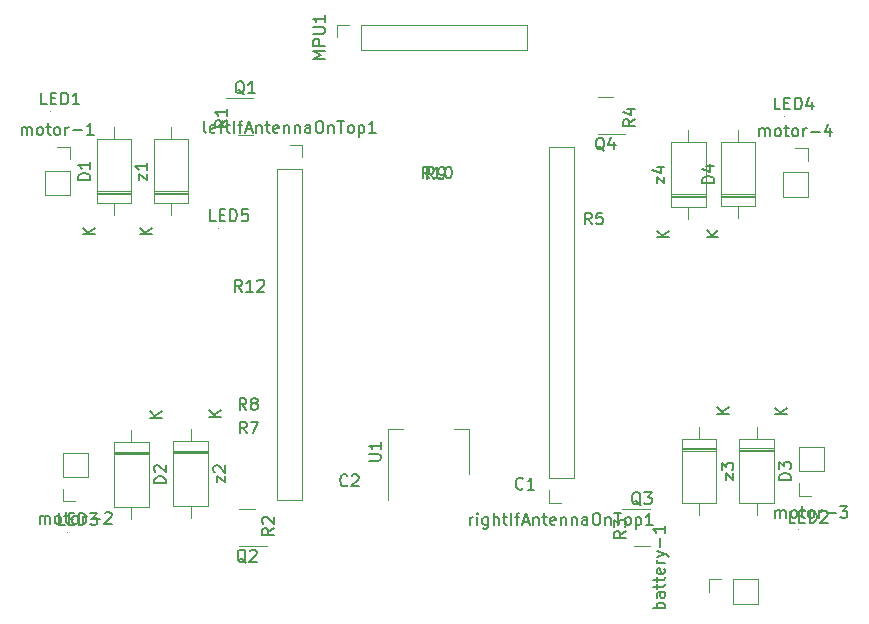
<source format=gbr>
%TF.GenerationSoftware,KiCad,Pcbnew,(6.0.1)*%
%TF.CreationDate,2023-01-18T20:59:41+05:30*%
%TF.ProjectId,drone,64726f6e-652e-46b6-9963-61645f706362,rev?*%
%TF.SameCoordinates,Original*%
%TF.FileFunction,Legend,Top*%
%TF.FilePolarity,Positive*%
%FSLAX46Y46*%
G04 Gerber Fmt 4.6, Leading zero omitted, Abs format (unit mm)*
G04 Created by KiCad (PCBNEW (6.0.1)) date 2023-01-18 20:59:41*
%MOMM*%
%LPD*%
G01*
G04 APERTURE LIST*
%ADD10C,0.150000*%
%ADD11C,0.120000*%
%ADD12C,0.100000*%
G04 APERTURE END LIST*
D10*
%TO.C,D4*%
X190357380Y-69183095D02*
X189357380Y-69183095D01*
X189357380Y-68945000D01*
X189405000Y-68802142D01*
X189500238Y-68706904D01*
X189595476Y-68659285D01*
X189785952Y-68611666D01*
X189928809Y-68611666D01*
X190119285Y-68659285D01*
X190214523Y-68706904D01*
X190309761Y-68802142D01*
X190357380Y-68945000D01*
X190357380Y-69183095D01*
X189690714Y-67754523D02*
X190357380Y-67754523D01*
X189309761Y-67992619D02*
X190024047Y-68230714D01*
X190024047Y-67611666D01*
X190727380Y-73786904D02*
X189727380Y-73786904D01*
X190727380Y-73215476D02*
X190155952Y-73644047D01*
X189727380Y-73215476D02*
X190298809Y-73786904D01*
%TO.C,R2*%
X153102380Y-98416666D02*
X152626190Y-98750000D01*
X153102380Y-98988095D02*
X152102380Y-98988095D01*
X152102380Y-98607142D01*
X152150000Y-98511904D01*
X152197619Y-98464285D01*
X152292857Y-98416666D01*
X152435714Y-98416666D01*
X152530952Y-98464285D01*
X152578571Y-98511904D01*
X152626190Y-98607142D01*
X152626190Y-98988095D01*
X152197619Y-98035714D02*
X152150000Y-97988095D01*
X152102380Y-97892857D01*
X152102380Y-97654761D01*
X152150000Y-97559523D01*
X152197619Y-97511904D01*
X152292857Y-97464285D01*
X152388095Y-97464285D01*
X152530952Y-97511904D01*
X153102380Y-98083333D01*
X153102380Y-97464285D01*
%TO.C,U1*%
X161127380Y-92711904D02*
X161936904Y-92711904D01*
X162032142Y-92664285D01*
X162079761Y-92616666D01*
X162127380Y-92521428D01*
X162127380Y-92330952D01*
X162079761Y-92235714D01*
X162032142Y-92188095D01*
X161936904Y-92140476D01*
X161127380Y-92140476D01*
X162127380Y-91140476D02*
X162127380Y-91711904D01*
X162127380Y-91426190D02*
X161127380Y-91426190D01*
X161270238Y-91521428D01*
X161365476Y-91616666D01*
X161413095Y-91711904D01*
%TO.C,z1*%
X141690714Y-68938095D02*
X141690714Y-68414285D01*
X142357380Y-68938095D01*
X142357380Y-68414285D01*
X142357380Y-67509523D02*
X142357380Y-68080952D01*
X142357380Y-67795238D02*
X141357380Y-67795238D01*
X141500238Y-67890476D01*
X141595476Y-67985714D01*
X141643095Y-68080952D01*
X142727380Y-73541904D02*
X141727380Y-73541904D01*
X142727380Y-72970476D02*
X142155952Y-73399047D01*
X141727380Y-72970476D02*
X142298809Y-73541904D01*
%TO.C,Q2*%
X150729761Y-101347619D02*
X150634523Y-101300000D01*
X150539285Y-101204761D01*
X150396428Y-101061904D01*
X150301190Y-101014285D01*
X150205952Y-101014285D01*
X150253571Y-101252380D02*
X150158333Y-101204761D01*
X150063095Y-101109523D01*
X150015476Y-100919047D01*
X150015476Y-100585714D01*
X150063095Y-100395238D01*
X150158333Y-100300000D01*
X150253571Y-100252380D01*
X150444047Y-100252380D01*
X150539285Y-100300000D01*
X150634523Y-100395238D01*
X150682142Y-100585714D01*
X150682142Y-100919047D01*
X150634523Y-101109523D01*
X150539285Y-101204761D01*
X150444047Y-101252380D01*
X150253571Y-101252380D01*
X151063095Y-100347619D02*
X151110714Y-100300000D01*
X151205952Y-100252380D01*
X151444047Y-100252380D01*
X151539285Y-100300000D01*
X151586904Y-100347619D01*
X151634523Y-100442857D01*
X151634523Y-100538095D01*
X151586904Y-100680952D01*
X151015476Y-101252380D01*
X151634523Y-101252380D01*
%TO.C,LED1*%
X133860952Y-62552380D02*
X133384761Y-62552380D01*
X133384761Y-61552380D01*
X134194285Y-62028571D02*
X134527619Y-62028571D01*
X134670476Y-62552380D02*
X134194285Y-62552380D01*
X134194285Y-61552380D01*
X134670476Y-61552380D01*
X135099047Y-62552380D02*
X135099047Y-61552380D01*
X135337142Y-61552380D01*
X135480000Y-61600000D01*
X135575238Y-61695238D01*
X135622857Y-61790476D01*
X135670476Y-61980952D01*
X135670476Y-62123809D01*
X135622857Y-62314285D01*
X135575238Y-62409523D01*
X135480000Y-62504761D01*
X135337142Y-62552380D01*
X135099047Y-62552380D01*
X136622857Y-62552380D02*
X136051428Y-62552380D01*
X136337142Y-62552380D02*
X136337142Y-61552380D01*
X136241904Y-61695238D01*
X136146666Y-61790476D01*
X136051428Y-61838095D01*
%TO.C,LED2*%
X197223452Y-97952380D02*
X196747261Y-97952380D01*
X196747261Y-96952380D01*
X197556785Y-97428571D02*
X197890119Y-97428571D01*
X198032976Y-97952380D02*
X197556785Y-97952380D01*
X197556785Y-96952380D01*
X198032976Y-96952380D01*
X198461547Y-97952380D02*
X198461547Y-96952380D01*
X198699642Y-96952380D01*
X198842500Y-97000000D01*
X198937738Y-97095238D01*
X198985357Y-97190476D01*
X199032976Y-97380952D01*
X199032976Y-97523809D01*
X198985357Y-97714285D01*
X198937738Y-97809523D01*
X198842500Y-97904761D01*
X198699642Y-97952380D01*
X198461547Y-97952380D01*
X199413928Y-97047619D02*
X199461547Y-97000000D01*
X199556785Y-96952380D01*
X199794880Y-96952380D01*
X199890119Y-97000000D01*
X199937738Y-97047619D01*
X199985357Y-97142857D01*
X199985357Y-97238095D01*
X199937738Y-97380952D01*
X199366309Y-97952380D01*
X199985357Y-97952380D01*
%TO.C,Q1*%
X150579761Y-61697619D02*
X150484523Y-61650000D01*
X150389285Y-61554761D01*
X150246428Y-61411904D01*
X150151190Y-61364285D01*
X150055952Y-61364285D01*
X150103571Y-61602380D02*
X150008333Y-61554761D01*
X149913095Y-61459523D01*
X149865476Y-61269047D01*
X149865476Y-60935714D01*
X149913095Y-60745238D01*
X150008333Y-60650000D01*
X150103571Y-60602380D01*
X150294047Y-60602380D01*
X150389285Y-60650000D01*
X150484523Y-60745238D01*
X150532142Y-60935714D01*
X150532142Y-61269047D01*
X150484523Y-61459523D01*
X150389285Y-61554761D01*
X150294047Y-61602380D01*
X150103571Y-61602380D01*
X151484523Y-61602380D02*
X150913095Y-61602380D01*
X151198809Y-61602380D02*
X151198809Y-60602380D01*
X151103571Y-60745238D01*
X151008333Y-60840476D01*
X150913095Y-60888095D01*
%TO.C,motor-1*%
X131726190Y-65127380D02*
X131726190Y-64460714D01*
X131726190Y-64555952D02*
X131773809Y-64508333D01*
X131869047Y-64460714D01*
X132011904Y-64460714D01*
X132107142Y-64508333D01*
X132154761Y-64603571D01*
X132154761Y-65127380D01*
X132154761Y-64603571D02*
X132202380Y-64508333D01*
X132297619Y-64460714D01*
X132440476Y-64460714D01*
X132535714Y-64508333D01*
X132583333Y-64603571D01*
X132583333Y-65127380D01*
X133202380Y-65127380D02*
X133107142Y-65079761D01*
X133059523Y-65032142D01*
X133011904Y-64936904D01*
X133011904Y-64651190D01*
X133059523Y-64555952D01*
X133107142Y-64508333D01*
X133202380Y-64460714D01*
X133345238Y-64460714D01*
X133440476Y-64508333D01*
X133488095Y-64555952D01*
X133535714Y-64651190D01*
X133535714Y-64936904D01*
X133488095Y-65032142D01*
X133440476Y-65079761D01*
X133345238Y-65127380D01*
X133202380Y-65127380D01*
X133821428Y-64460714D02*
X134202380Y-64460714D01*
X133964285Y-64127380D02*
X133964285Y-64984523D01*
X134011904Y-65079761D01*
X134107142Y-65127380D01*
X134202380Y-65127380D01*
X134678571Y-65127380D02*
X134583333Y-65079761D01*
X134535714Y-65032142D01*
X134488095Y-64936904D01*
X134488095Y-64651190D01*
X134535714Y-64555952D01*
X134583333Y-64508333D01*
X134678571Y-64460714D01*
X134821428Y-64460714D01*
X134916666Y-64508333D01*
X134964285Y-64555952D01*
X135011904Y-64651190D01*
X135011904Y-64936904D01*
X134964285Y-65032142D01*
X134916666Y-65079761D01*
X134821428Y-65127380D01*
X134678571Y-65127380D01*
X135440476Y-65127380D02*
X135440476Y-64460714D01*
X135440476Y-64651190D02*
X135488095Y-64555952D01*
X135535714Y-64508333D01*
X135630952Y-64460714D01*
X135726190Y-64460714D01*
X136059523Y-64746428D02*
X136821428Y-64746428D01*
X137821428Y-65127380D02*
X137250000Y-65127380D01*
X137535714Y-65127380D02*
X137535714Y-64127380D01*
X137440476Y-64270238D01*
X137345238Y-64365476D01*
X137250000Y-64413095D01*
%TO.C,motor-4*%
X194201190Y-65247380D02*
X194201190Y-64580714D01*
X194201190Y-64675952D02*
X194248809Y-64628333D01*
X194344047Y-64580714D01*
X194486904Y-64580714D01*
X194582142Y-64628333D01*
X194629761Y-64723571D01*
X194629761Y-65247380D01*
X194629761Y-64723571D02*
X194677380Y-64628333D01*
X194772619Y-64580714D01*
X194915476Y-64580714D01*
X195010714Y-64628333D01*
X195058333Y-64723571D01*
X195058333Y-65247380D01*
X195677380Y-65247380D02*
X195582142Y-65199761D01*
X195534523Y-65152142D01*
X195486904Y-65056904D01*
X195486904Y-64771190D01*
X195534523Y-64675952D01*
X195582142Y-64628333D01*
X195677380Y-64580714D01*
X195820238Y-64580714D01*
X195915476Y-64628333D01*
X195963095Y-64675952D01*
X196010714Y-64771190D01*
X196010714Y-65056904D01*
X195963095Y-65152142D01*
X195915476Y-65199761D01*
X195820238Y-65247380D01*
X195677380Y-65247380D01*
X196296428Y-64580714D02*
X196677380Y-64580714D01*
X196439285Y-64247380D02*
X196439285Y-65104523D01*
X196486904Y-65199761D01*
X196582142Y-65247380D01*
X196677380Y-65247380D01*
X197153571Y-65247380D02*
X197058333Y-65199761D01*
X197010714Y-65152142D01*
X196963095Y-65056904D01*
X196963095Y-64771190D01*
X197010714Y-64675952D01*
X197058333Y-64628333D01*
X197153571Y-64580714D01*
X197296428Y-64580714D01*
X197391666Y-64628333D01*
X197439285Y-64675952D01*
X197486904Y-64771190D01*
X197486904Y-65056904D01*
X197439285Y-65152142D01*
X197391666Y-65199761D01*
X197296428Y-65247380D01*
X197153571Y-65247380D01*
X197915476Y-65247380D02*
X197915476Y-64580714D01*
X197915476Y-64771190D02*
X197963095Y-64675952D01*
X198010714Y-64628333D01*
X198105952Y-64580714D01*
X198201190Y-64580714D01*
X198534523Y-64866428D02*
X199296428Y-64866428D01*
X200201190Y-64580714D02*
X200201190Y-65247380D01*
X199963095Y-64199761D02*
X199725000Y-64914047D01*
X200344047Y-64914047D01*
%TO.C,R12*%
X150357142Y-78402380D02*
X150023809Y-77926190D01*
X149785714Y-78402380D02*
X149785714Y-77402380D01*
X150166666Y-77402380D01*
X150261904Y-77450000D01*
X150309523Y-77497619D01*
X150357142Y-77592857D01*
X150357142Y-77735714D01*
X150309523Y-77830952D01*
X150261904Y-77878571D01*
X150166666Y-77926190D01*
X149785714Y-77926190D01*
X151309523Y-78402380D02*
X150738095Y-78402380D01*
X151023809Y-78402380D02*
X151023809Y-77402380D01*
X150928571Y-77545238D01*
X150833333Y-77640476D01*
X150738095Y-77688095D01*
X151690476Y-77497619D02*
X151738095Y-77450000D01*
X151833333Y-77402380D01*
X152071428Y-77402380D01*
X152166666Y-77450000D01*
X152214285Y-77497619D01*
X152261904Y-77592857D01*
X152261904Y-77688095D01*
X152214285Y-77830952D01*
X151642857Y-78402380D01*
X152261904Y-78402380D01*
%TO.C,battery-1*%
X186177380Y-105202380D02*
X185177380Y-105202380D01*
X185558333Y-105202380D02*
X185510714Y-105107142D01*
X185510714Y-104916666D01*
X185558333Y-104821428D01*
X185605952Y-104773809D01*
X185701190Y-104726190D01*
X185986904Y-104726190D01*
X186082142Y-104773809D01*
X186129761Y-104821428D01*
X186177380Y-104916666D01*
X186177380Y-105107142D01*
X186129761Y-105202380D01*
X186177380Y-103869047D02*
X185653571Y-103869047D01*
X185558333Y-103916666D01*
X185510714Y-104011904D01*
X185510714Y-104202380D01*
X185558333Y-104297619D01*
X186129761Y-103869047D02*
X186177380Y-103964285D01*
X186177380Y-104202380D01*
X186129761Y-104297619D01*
X186034523Y-104345238D01*
X185939285Y-104345238D01*
X185844047Y-104297619D01*
X185796428Y-104202380D01*
X185796428Y-103964285D01*
X185748809Y-103869047D01*
X185510714Y-103535714D02*
X185510714Y-103154761D01*
X185177380Y-103392857D02*
X186034523Y-103392857D01*
X186129761Y-103345238D01*
X186177380Y-103250000D01*
X186177380Y-103154761D01*
X185510714Y-102964285D02*
X185510714Y-102583333D01*
X185177380Y-102821428D02*
X186034523Y-102821428D01*
X186129761Y-102773809D01*
X186177380Y-102678571D01*
X186177380Y-102583333D01*
X186129761Y-101869047D02*
X186177380Y-101964285D01*
X186177380Y-102154761D01*
X186129761Y-102250000D01*
X186034523Y-102297619D01*
X185653571Y-102297619D01*
X185558333Y-102250000D01*
X185510714Y-102154761D01*
X185510714Y-101964285D01*
X185558333Y-101869047D01*
X185653571Y-101821428D01*
X185748809Y-101821428D01*
X185844047Y-102297619D01*
X186177380Y-101392857D02*
X185510714Y-101392857D01*
X185701190Y-101392857D02*
X185605952Y-101345238D01*
X185558333Y-101297619D01*
X185510714Y-101202380D01*
X185510714Y-101107142D01*
X185510714Y-100869047D02*
X186177380Y-100630952D01*
X185510714Y-100392857D02*
X186177380Y-100630952D01*
X186415476Y-100726190D01*
X186463095Y-100773809D01*
X186510714Y-100869047D01*
X185796428Y-100011904D02*
X185796428Y-99250000D01*
X186177380Y-98250000D02*
X186177380Y-98821428D01*
X186177380Y-98535714D02*
X185177380Y-98535714D01*
X185320238Y-98630952D01*
X185415476Y-98726190D01*
X185463095Y-98821428D01*
%TO.C,R9*%
X166628333Y-68877380D02*
X166295000Y-68401190D01*
X166056904Y-68877380D02*
X166056904Y-67877380D01*
X166437857Y-67877380D01*
X166533095Y-67925000D01*
X166580714Y-67972619D01*
X166628333Y-68067857D01*
X166628333Y-68210714D01*
X166580714Y-68305952D01*
X166533095Y-68353571D01*
X166437857Y-68401190D01*
X166056904Y-68401190D01*
X167104523Y-68877380D02*
X167295000Y-68877380D01*
X167390238Y-68829761D01*
X167437857Y-68782142D01*
X167533095Y-68639285D01*
X167580714Y-68448809D01*
X167580714Y-68067857D01*
X167533095Y-67972619D01*
X167485476Y-67925000D01*
X167390238Y-67877380D01*
X167199761Y-67877380D01*
X167104523Y-67925000D01*
X167056904Y-67972619D01*
X167009285Y-68067857D01*
X167009285Y-68305952D01*
X167056904Y-68401190D01*
X167104523Y-68448809D01*
X167199761Y-68496428D01*
X167390238Y-68496428D01*
X167485476Y-68448809D01*
X167533095Y-68401190D01*
X167580714Y-68305952D01*
%TO.C,R7*%
X150783333Y-90402380D02*
X150450000Y-89926190D01*
X150211904Y-90402380D02*
X150211904Y-89402380D01*
X150592857Y-89402380D01*
X150688095Y-89450000D01*
X150735714Y-89497619D01*
X150783333Y-89592857D01*
X150783333Y-89735714D01*
X150735714Y-89830952D01*
X150688095Y-89878571D01*
X150592857Y-89926190D01*
X150211904Y-89926190D01*
X151116666Y-89402380D02*
X151783333Y-89402380D01*
X151354761Y-90402380D01*
%TO.C,R1*%
X149102380Y-63891666D02*
X148626190Y-64225000D01*
X149102380Y-64463095D02*
X148102380Y-64463095D01*
X148102380Y-64082142D01*
X148150000Y-63986904D01*
X148197619Y-63939285D01*
X148292857Y-63891666D01*
X148435714Y-63891666D01*
X148530952Y-63939285D01*
X148578571Y-63986904D01*
X148626190Y-64082142D01*
X148626190Y-64463095D01*
X149102380Y-62939285D02*
X149102380Y-63510714D01*
X149102380Y-63225000D02*
X148102380Y-63225000D01*
X148245238Y-63320238D01*
X148340476Y-63415476D01*
X148388095Y-63510714D01*
%TO.C,D1*%
X137532380Y-68938095D02*
X136532380Y-68938095D01*
X136532380Y-68700000D01*
X136580000Y-68557142D01*
X136675238Y-68461904D01*
X136770476Y-68414285D01*
X136960952Y-68366666D01*
X137103809Y-68366666D01*
X137294285Y-68414285D01*
X137389523Y-68461904D01*
X137484761Y-68557142D01*
X137532380Y-68700000D01*
X137532380Y-68938095D01*
X137532380Y-67414285D02*
X137532380Y-67985714D01*
X137532380Y-67700000D02*
X136532380Y-67700000D01*
X136675238Y-67795238D01*
X136770476Y-67890476D01*
X136818095Y-67985714D01*
X137902380Y-73541904D02*
X136902380Y-73541904D01*
X137902380Y-72970476D02*
X137330952Y-73399047D01*
X136902380Y-72970476D02*
X137473809Y-73541904D01*
%TO.C,Q3*%
X184154761Y-96497619D02*
X184059523Y-96450000D01*
X183964285Y-96354761D01*
X183821428Y-96211904D01*
X183726190Y-96164285D01*
X183630952Y-96164285D01*
X183678571Y-96402380D02*
X183583333Y-96354761D01*
X183488095Y-96259523D01*
X183440476Y-96069047D01*
X183440476Y-95735714D01*
X183488095Y-95545238D01*
X183583333Y-95450000D01*
X183678571Y-95402380D01*
X183869047Y-95402380D01*
X183964285Y-95450000D01*
X184059523Y-95545238D01*
X184107142Y-95735714D01*
X184107142Y-96069047D01*
X184059523Y-96259523D01*
X183964285Y-96354761D01*
X183869047Y-96402380D01*
X183678571Y-96402380D01*
X184440476Y-95402380D02*
X185059523Y-95402380D01*
X184726190Y-95783333D01*
X184869047Y-95783333D01*
X184964285Y-95830952D01*
X185011904Y-95878571D01*
X185059523Y-95973809D01*
X185059523Y-96211904D01*
X185011904Y-96307142D01*
X184964285Y-96354761D01*
X184869047Y-96402380D01*
X184583333Y-96402380D01*
X184488095Y-96354761D01*
X184440476Y-96307142D01*
%TO.C,R3*%
X182902380Y-98666666D02*
X182426190Y-99000000D01*
X182902380Y-99238095D02*
X181902380Y-99238095D01*
X181902380Y-98857142D01*
X181950000Y-98761904D01*
X181997619Y-98714285D01*
X182092857Y-98666666D01*
X182235714Y-98666666D01*
X182330952Y-98714285D01*
X182378571Y-98761904D01*
X182426190Y-98857142D01*
X182426190Y-99238095D01*
X181902380Y-98333333D02*
X181902380Y-97714285D01*
X182283333Y-98047619D01*
X182283333Y-97904761D01*
X182330952Y-97809523D01*
X182378571Y-97761904D01*
X182473809Y-97714285D01*
X182711904Y-97714285D01*
X182807142Y-97761904D01*
X182854761Y-97809523D01*
X182902380Y-97904761D01*
X182902380Y-98190476D01*
X182854761Y-98285714D01*
X182807142Y-98333333D01*
%TO.C,D3*%
X196872380Y-94338095D02*
X195872380Y-94338095D01*
X195872380Y-94100000D01*
X195920000Y-93957142D01*
X196015238Y-93861904D01*
X196110476Y-93814285D01*
X196300952Y-93766666D01*
X196443809Y-93766666D01*
X196634285Y-93814285D01*
X196729523Y-93861904D01*
X196824761Y-93957142D01*
X196872380Y-94100000D01*
X196872380Y-94338095D01*
X195872380Y-93433333D02*
X195872380Y-92814285D01*
X196253333Y-93147619D01*
X196253333Y-93004761D01*
X196300952Y-92909523D01*
X196348571Y-92861904D01*
X196443809Y-92814285D01*
X196681904Y-92814285D01*
X196777142Y-92861904D01*
X196824761Y-92909523D01*
X196872380Y-93004761D01*
X196872380Y-93290476D01*
X196824761Y-93385714D01*
X196777142Y-93433333D01*
X196502380Y-88781904D02*
X195502380Y-88781904D01*
X196502380Y-88210476D02*
X195930952Y-88639047D01*
X195502380Y-88210476D02*
X196073809Y-88781904D01*
%TO.C,D2*%
X143947380Y-94613095D02*
X142947380Y-94613095D01*
X142947380Y-94375000D01*
X142995000Y-94232142D01*
X143090238Y-94136904D01*
X143185476Y-94089285D01*
X143375952Y-94041666D01*
X143518809Y-94041666D01*
X143709285Y-94089285D01*
X143804523Y-94136904D01*
X143899761Y-94232142D01*
X143947380Y-94375000D01*
X143947380Y-94613095D01*
X143042619Y-93660714D02*
X142995000Y-93613095D01*
X142947380Y-93517857D01*
X142947380Y-93279761D01*
X142995000Y-93184523D01*
X143042619Y-93136904D01*
X143137857Y-93089285D01*
X143233095Y-93089285D01*
X143375952Y-93136904D01*
X143947380Y-93708333D01*
X143947380Y-93089285D01*
X143577380Y-89056904D02*
X142577380Y-89056904D01*
X143577380Y-88485476D02*
X143005952Y-88914047D01*
X142577380Y-88485476D02*
X143148809Y-89056904D01*
%TO.C,R4*%
X183652380Y-63811666D02*
X183176190Y-64145000D01*
X183652380Y-64383095D02*
X182652380Y-64383095D01*
X182652380Y-64002142D01*
X182700000Y-63906904D01*
X182747619Y-63859285D01*
X182842857Y-63811666D01*
X182985714Y-63811666D01*
X183080952Y-63859285D01*
X183128571Y-63906904D01*
X183176190Y-64002142D01*
X183176190Y-64383095D01*
X182985714Y-62954523D02*
X183652380Y-62954523D01*
X182604761Y-63192619D02*
X183319047Y-63430714D01*
X183319047Y-62811666D01*
%TO.C,z4*%
X185490714Y-69208095D02*
X185490714Y-68684285D01*
X186157380Y-69208095D01*
X186157380Y-68684285D01*
X185490714Y-67874761D02*
X186157380Y-67874761D01*
X185109761Y-68112857D02*
X185824047Y-68350952D01*
X185824047Y-67731904D01*
X186527380Y-73811904D02*
X185527380Y-73811904D01*
X186527380Y-73240476D02*
X185955952Y-73669047D01*
X185527380Y-73240476D02*
X186098809Y-73811904D01*
%TO.C,LED4*%
X195980952Y-62972380D02*
X195504761Y-62972380D01*
X195504761Y-61972380D01*
X196314285Y-62448571D02*
X196647619Y-62448571D01*
X196790476Y-62972380D02*
X196314285Y-62972380D01*
X196314285Y-61972380D01*
X196790476Y-61972380D01*
X197219047Y-62972380D02*
X197219047Y-61972380D01*
X197457142Y-61972380D01*
X197600000Y-62020000D01*
X197695238Y-62115238D01*
X197742857Y-62210476D01*
X197790476Y-62400952D01*
X197790476Y-62543809D01*
X197742857Y-62734285D01*
X197695238Y-62829523D01*
X197600000Y-62924761D01*
X197457142Y-62972380D01*
X197219047Y-62972380D01*
X198647619Y-62305714D02*
X198647619Y-62972380D01*
X198409523Y-61924761D02*
X198171428Y-62639047D01*
X198790476Y-62639047D01*
%TO.C,rightIfAntennaOnTop1*%
X169685714Y-98152380D02*
X169685714Y-97485714D01*
X169685714Y-97676190D02*
X169733333Y-97580952D01*
X169780952Y-97533333D01*
X169876190Y-97485714D01*
X169971428Y-97485714D01*
X170304761Y-98152380D02*
X170304761Y-97485714D01*
X170304761Y-97152380D02*
X170257142Y-97200000D01*
X170304761Y-97247619D01*
X170352380Y-97200000D01*
X170304761Y-97152380D01*
X170304761Y-97247619D01*
X171209523Y-97485714D02*
X171209523Y-98295238D01*
X171161904Y-98390476D01*
X171114285Y-98438095D01*
X171019047Y-98485714D01*
X170876190Y-98485714D01*
X170780952Y-98438095D01*
X171209523Y-98104761D02*
X171114285Y-98152380D01*
X170923809Y-98152380D01*
X170828571Y-98104761D01*
X170780952Y-98057142D01*
X170733333Y-97961904D01*
X170733333Y-97676190D01*
X170780952Y-97580952D01*
X170828571Y-97533333D01*
X170923809Y-97485714D01*
X171114285Y-97485714D01*
X171209523Y-97533333D01*
X171685714Y-98152380D02*
X171685714Y-97152380D01*
X172114285Y-98152380D02*
X172114285Y-97628571D01*
X172066666Y-97533333D01*
X171971428Y-97485714D01*
X171828571Y-97485714D01*
X171733333Y-97533333D01*
X171685714Y-97580952D01*
X172447619Y-97485714D02*
X172828571Y-97485714D01*
X172590476Y-97152380D02*
X172590476Y-98009523D01*
X172638095Y-98104761D01*
X172733333Y-98152380D01*
X172828571Y-98152380D01*
X173161904Y-98152380D02*
X173161904Y-97152380D01*
X173495238Y-97485714D02*
X173876190Y-97485714D01*
X173638095Y-98152380D02*
X173638095Y-97295238D01*
X173685714Y-97200000D01*
X173780952Y-97152380D01*
X173876190Y-97152380D01*
X174161904Y-97866666D02*
X174638095Y-97866666D01*
X174066666Y-98152380D02*
X174400000Y-97152380D01*
X174733333Y-98152380D01*
X175066666Y-97485714D02*
X175066666Y-98152380D01*
X175066666Y-97580952D02*
X175114285Y-97533333D01*
X175209523Y-97485714D01*
X175352380Y-97485714D01*
X175447619Y-97533333D01*
X175495238Y-97628571D01*
X175495238Y-98152380D01*
X175828571Y-97485714D02*
X176209523Y-97485714D01*
X175971428Y-97152380D02*
X175971428Y-98009523D01*
X176019047Y-98104761D01*
X176114285Y-98152380D01*
X176209523Y-98152380D01*
X176923809Y-98104761D02*
X176828571Y-98152380D01*
X176638095Y-98152380D01*
X176542857Y-98104761D01*
X176495238Y-98009523D01*
X176495238Y-97628571D01*
X176542857Y-97533333D01*
X176638095Y-97485714D01*
X176828571Y-97485714D01*
X176923809Y-97533333D01*
X176971428Y-97628571D01*
X176971428Y-97723809D01*
X176495238Y-97819047D01*
X177400000Y-97485714D02*
X177400000Y-98152380D01*
X177400000Y-97580952D02*
X177447619Y-97533333D01*
X177542857Y-97485714D01*
X177685714Y-97485714D01*
X177780952Y-97533333D01*
X177828571Y-97628571D01*
X177828571Y-98152380D01*
X178304761Y-97485714D02*
X178304761Y-98152380D01*
X178304761Y-97580952D02*
X178352380Y-97533333D01*
X178447619Y-97485714D01*
X178590476Y-97485714D01*
X178685714Y-97533333D01*
X178733333Y-97628571D01*
X178733333Y-98152380D01*
X179638095Y-98152380D02*
X179638095Y-97628571D01*
X179590476Y-97533333D01*
X179495238Y-97485714D01*
X179304761Y-97485714D01*
X179209523Y-97533333D01*
X179638095Y-98104761D02*
X179542857Y-98152380D01*
X179304761Y-98152380D01*
X179209523Y-98104761D01*
X179161904Y-98009523D01*
X179161904Y-97914285D01*
X179209523Y-97819047D01*
X179304761Y-97771428D01*
X179542857Y-97771428D01*
X179638095Y-97723809D01*
X180304761Y-97152380D02*
X180495238Y-97152380D01*
X180590476Y-97200000D01*
X180685714Y-97295238D01*
X180733333Y-97485714D01*
X180733333Y-97819047D01*
X180685714Y-98009523D01*
X180590476Y-98104761D01*
X180495238Y-98152380D01*
X180304761Y-98152380D01*
X180209523Y-98104761D01*
X180114285Y-98009523D01*
X180066666Y-97819047D01*
X180066666Y-97485714D01*
X180114285Y-97295238D01*
X180209523Y-97200000D01*
X180304761Y-97152380D01*
X181161904Y-97485714D02*
X181161904Y-98152380D01*
X181161904Y-97580952D02*
X181209523Y-97533333D01*
X181304761Y-97485714D01*
X181447619Y-97485714D01*
X181542857Y-97533333D01*
X181590476Y-97628571D01*
X181590476Y-98152380D01*
X181923809Y-97152380D02*
X182495238Y-97152380D01*
X182209523Y-98152380D02*
X182209523Y-97152380D01*
X182971428Y-98152380D02*
X182876190Y-98104761D01*
X182828571Y-98057142D01*
X182780952Y-97961904D01*
X182780952Y-97676190D01*
X182828571Y-97580952D01*
X182876190Y-97533333D01*
X182971428Y-97485714D01*
X183114285Y-97485714D01*
X183209523Y-97533333D01*
X183257142Y-97580952D01*
X183304761Y-97676190D01*
X183304761Y-97961904D01*
X183257142Y-98057142D01*
X183209523Y-98104761D01*
X183114285Y-98152380D01*
X182971428Y-98152380D01*
X183733333Y-97485714D02*
X183733333Y-98485714D01*
X183733333Y-97533333D02*
X183828571Y-97485714D01*
X184019047Y-97485714D01*
X184114285Y-97533333D01*
X184161904Y-97580952D01*
X184209523Y-97676190D01*
X184209523Y-97961904D01*
X184161904Y-98057142D01*
X184114285Y-98104761D01*
X184019047Y-98152380D01*
X183828571Y-98152380D01*
X183733333Y-98104761D01*
X185161904Y-98152380D02*
X184590476Y-98152380D01*
X184876190Y-98152380D02*
X184876190Y-97152380D01*
X184780952Y-97295238D01*
X184685714Y-97390476D01*
X184590476Y-97438095D01*
%TO.C,MPU1*%
X157402380Y-58708333D02*
X156402380Y-58708333D01*
X157116666Y-58375000D01*
X156402380Y-58041666D01*
X157402380Y-58041666D01*
X157402380Y-57565476D02*
X156402380Y-57565476D01*
X156402380Y-57184523D01*
X156450000Y-57089285D01*
X156497619Y-57041666D01*
X156592857Y-56994047D01*
X156735714Y-56994047D01*
X156830952Y-57041666D01*
X156878571Y-57089285D01*
X156926190Y-57184523D01*
X156926190Y-57565476D01*
X156402380Y-56565476D02*
X157211904Y-56565476D01*
X157307142Y-56517857D01*
X157354761Y-56470238D01*
X157402380Y-56375000D01*
X157402380Y-56184523D01*
X157354761Y-56089285D01*
X157307142Y-56041666D01*
X157211904Y-55994047D01*
X156402380Y-55994047D01*
X157402380Y-54994047D02*
X157402380Y-55565476D01*
X157402380Y-55279761D02*
X156402380Y-55279761D01*
X156545238Y-55375000D01*
X156640476Y-55470238D01*
X156688095Y-55565476D01*
%TO.C,R8*%
X150758333Y-88402380D02*
X150425000Y-87926190D01*
X150186904Y-88402380D02*
X150186904Y-87402380D01*
X150567857Y-87402380D01*
X150663095Y-87450000D01*
X150710714Y-87497619D01*
X150758333Y-87592857D01*
X150758333Y-87735714D01*
X150710714Y-87830952D01*
X150663095Y-87878571D01*
X150567857Y-87926190D01*
X150186904Y-87926190D01*
X151329761Y-87830952D02*
X151234523Y-87783333D01*
X151186904Y-87735714D01*
X151139285Y-87640476D01*
X151139285Y-87592857D01*
X151186904Y-87497619D01*
X151234523Y-87450000D01*
X151329761Y-87402380D01*
X151520238Y-87402380D01*
X151615476Y-87450000D01*
X151663095Y-87497619D01*
X151710714Y-87592857D01*
X151710714Y-87640476D01*
X151663095Y-87735714D01*
X151615476Y-87783333D01*
X151520238Y-87830952D01*
X151329761Y-87830952D01*
X151234523Y-87878571D01*
X151186904Y-87926190D01*
X151139285Y-88021428D01*
X151139285Y-88211904D01*
X151186904Y-88307142D01*
X151234523Y-88354761D01*
X151329761Y-88402380D01*
X151520238Y-88402380D01*
X151615476Y-88354761D01*
X151663095Y-88307142D01*
X151710714Y-88211904D01*
X151710714Y-88021428D01*
X151663095Y-87926190D01*
X151615476Y-87878571D01*
X151520238Y-87830952D01*
%TO.C,z3*%
X191330714Y-94313095D02*
X191330714Y-93789285D01*
X191997380Y-94313095D01*
X191997380Y-93789285D01*
X190997380Y-93503571D02*
X190997380Y-92884523D01*
X191378333Y-93217857D01*
X191378333Y-93075000D01*
X191425952Y-92979761D01*
X191473571Y-92932142D01*
X191568809Y-92884523D01*
X191806904Y-92884523D01*
X191902142Y-92932142D01*
X191949761Y-92979761D01*
X191997380Y-93075000D01*
X191997380Y-93360714D01*
X191949761Y-93455952D01*
X191902142Y-93503571D01*
X191627380Y-88756904D02*
X190627380Y-88756904D01*
X191627380Y-88185476D02*
X191055952Y-88614047D01*
X190627380Y-88185476D02*
X191198809Y-88756904D01*
%TO.C,motor-2*%
X133251190Y-98052380D02*
X133251190Y-97385714D01*
X133251190Y-97480952D02*
X133298809Y-97433333D01*
X133394047Y-97385714D01*
X133536904Y-97385714D01*
X133632142Y-97433333D01*
X133679761Y-97528571D01*
X133679761Y-98052380D01*
X133679761Y-97528571D02*
X133727380Y-97433333D01*
X133822619Y-97385714D01*
X133965476Y-97385714D01*
X134060714Y-97433333D01*
X134108333Y-97528571D01*
X134108333Y-98052380D01*
X134727380Y-98052380D02*
X134632142Y-98004761D01*
X134584523Y-97957142D01*
X134536904Y-97861904D01*
X134536904Y-97576190D01*
X134584523Y-97480952D01*
X134632142Y-97433333D01*
X134727380Y-97385714D01*
X134870238Y-97385714D01*
X134965476Y-97433333D01*
X135013095Y-97480952D01*
X135060714Y-97576190D01*
X135060714Y-97861904D01*
X135013095Y-97957142D01*
X134965476Y-98004761D01*
X134870238Y-98052380D01*
X134727380Y-98052380D01*
X135346428Y-97385714D02*
X135727380Y-97385714D01*
X135489285Y-97052380D02*
X135489285Y-97909523D01*
X135536904Y-98004761D01*
X135632142Y-98052380D01*
X135727380Y-98052380D01*
X136203571Y-98052380D02*
X136108333Y-98004761D01*
X136060714Y-97957142D01*
X136013095Y-97861904D01*
X136013095Y-97576190D01*
X136060714Y-97480952D01*
X136108333Y-97433333D01*
X136203571Y-97385714D01*
X136346428Y-97385714D01*
X136441666Y-97433333D01*
X136489285Y-97480952D01*
X136536904Y-97576190D01*
X136536904Y-97861904D01*
X136489285Y-97957142D01*
X136441666Y-98004761D01*
X136346428Y-98052380D01*
X136203571Y-98052380D01*
X136965476Y-98052380D02*
X136965476Y-97385714D01*
X136965476Y-97576190D02*
X137013095Y-97480952D01*
X137060714Y-97433333D01*
X137155952Y-97385714D01*
X137251190Y-97385714D01*
X137584523Y-97671428D02*
X138346428Y-97671428D01*
X138775000Y-97147619D02*
X138822619Y-97100000D01*
X138917857Y-97052380D01*
X139155952Y-97052380D01*
X139251190Y-97100000D01*
X139298809Y-97147619D01*
X139346428Y-97242857D01*
X139346428Y-97338095D01*
X139298809Y-97480952D01*
X138727380Y-98052380D01*
X139346428Y-98052380D01*
%TO.C,R10*%
X166257142Y-68802380D02*
X165923809Y-68326190D01*
X165685714Y-68802380D02*
X165685714Y-67802380D01*
X166066666Y-67802380D01*
X166161904Y-67850000D01*
X166209523Y-67897619D01*
X166257142Y-67992857D01*
X166257142Y-68135714D01*
X166209523Y-68230952D01*
X166161904Y-68278571D01*
X166066666Y-68326190D01*
X165685714Y-68326190D01*
X167209523Y-68802380D02*
X166638095Y-68802380D01*
X166923809Y-68802380D02*
X166923809Y-67802380D01*
X166828571Y-67945238D01*
X166733333Y-68040476D01*
X166638095Y-68088095D01*
X167828571Y-67802380D02*
X167923809Y-67802380D01*
X168019047Y-67850000D01*
X168066666Y-67897619D01*
X168114285Y-67992857D01*
X168161904Y-68183333D01*
X168161904Y-68421428D01*
X168114285Y-68611904D01*
X168066666Y-68707142D01*
X168019047Y-68754761D01*
X167923809Y-68802380D01*
X167828571Y-68802380D01*
X167733333Y-68754761D01*
X167685714Y-68707142D01*
X167638095Y-68611904D01*
X167590476Y-68421428D01*
X167590476Y-68183333D01*
X167638095Y-67992857D01*
X167685714Y-67897619D01*
X167733333Y-67850000D01*
X167828571Y-67802380D01*
%TO.C,C1*%
X174183333Y-95057142D02*
X174135714Y-95104761D01*
X173992857Y-95152380D01*
X173897619Y-95152380D01*
X173754761Y-95104761D01*
X173659523Y-95009523D01*
X173611904Y-94914285D01*
X173564285Y-94723809D01*
X173564285Y-94580952D01*
X173611904Y-94390476D01*
X173659523Y-94295238D01*
X173754761Y-94200000D01*
X173897619Y-94152380D01*
X173992857Y-94152380D01*
X174135714Y-94200000D01*
X174183333Y-94247619D01*
X175135714Y-95152380D02*
X174564285Y-95152380D01*
X174850000Y-95152380D02*
X174850000Y-94152380D01*
X174754761Y-94295238D01*
X174659523Y-94390476D01*
X174564285Y-94438095D01*
%TO.C,Q4*%
X181079761Y-66447619D02*
X180984523Y-66400000D01*
X180889285Y-66304761D01*
X180746428Y-66161904D01*
X180651190Y-66114285D01*
X180555952Y-66114285D01*
X180603571Y-66352380D02*
X180508333Y-66304761D01*
X180413095Y-66209523D01*
X180365476Y-66019047D01*
X180365476Y-65685714D01*
X180413095Y-65495238D01*
X180508333Y-65400000D01*
X180603571Y-65352380D01*
X180794047Y-65352380D01*
X180889285Y-65400000D01*
X180984523Y-65495238D01*
X181032142Y-65685714D01*
X181032142Y-66019047D01*
X180984523Y-66209523D01*
X180889285Y-66304761D01*
X180794047Y-66352380D01*
X180603571Y-66352380D01*
X181889285Y-65685714D02*
X181889285Y-66352380D01*
X181651190Y-65304761D02*
X181413095Y-66019047D01*
X182032142Y-66019047D01*
%TO.C,motor-3*%
X195551190Y-97552380D02*
X195551190Y-96885714D01*
X195551190Y-96980952D02*
X195598809Y-96933333D01*
X195694047Y-96885714D01*
X195836904Y-96885714D01*
X195932142Y-96933333D01*
X195979761Y-97028571D01*
X195979761Y-97552380D01*
X195979761Y-97028571D02*
X196027380Y-96933333D01*
X196122619Y-96885714D01*
X196265476Y-96885714D01*
X196360714Y-96933333D01*
X196408333Y-97028571D01*
X196408333Y-97552380D01*
X197027380Y-97552380D02*
X196932142Y-97504761D01*
X196884523Y-97457142D01*
X196836904Y-97361904D01*
X196836904Y-97076190D01*
X196884523Y-96980952D01*
X196932142Y-96933333D01*
X197027380Y-96885714D01*
X197170238Y-96885714D01*
X197265476Y-96933333D01*
X197313095Y-96980952D01*
X197360714Y-97076190D01*
X197360714Y-97361904D01*
X197313095Y-97457142D01*
X197265476Y-97504761D01*
X197170238Y-97552380D01*
X197027380Y-97552380D01*
X197646428Y-96885714D02*
X198027380Y-96885714D01*
X197789285Y-96552380D02*
X197789285Y-97409523D01*
X197836904Y-97504761D01*
X197932142Y-97552380D01*
X198027380Y-97552380D01*
X198503571Y-97552380D02*
X198408333Y-97504761D01*
X198360714Y-97457142D01*
X198313095Y-97361904D01*
X198313095Y-97076190D01*
X198360714Y-96980952D01*
X198408333Y-96933333D01*
X198503571Y-96885714D01*
X198646428Y-96885714D01*
X198741666Y-96933333D01*
X198789285Y-96980952D01*
X198836904Y-97076190D01*
X198836904Y-97361904D01*
X198789285Y-97457142D01*
X198741666Y-97504761D01*
X198646428Y-97552380D01*
X198503571Y-97552380D01*
X199265476Y-97552380D02*
X199265476Y-96885714D01*
X199265476Y-97076190D02*
X199313095Y-96980952D01*
X199360714Y-96933333D01*
X199455952Y-96885714D01*
X199551190Y-96885714D01*
X199884523Y-97171428D02*
X200646428Y-97171428D01*
X201027380Y-96552380D02*
X201646428Y-96552380D01*
X201313095Y-96933333D01*
X201455952Y-96933333D01*
X201551190Y-96980952D01*
X201598809Y-97028571D01*
X201646428Y-97123809D01*
X201646428Y-97361904D01*
X201598809Y-97457142D01*
X201551190Y-97504761D01*
X201455952Y-97552380D01*
X201170238Y-97552380D01*
X201075000Y-97504761D01*
X201027380Y-97457142D01*
%TO.C,LED5*%
X148155952Y-72427380D02*
X147679761Y-72427380D01*
X147679761Y-71427380D01*
X148489285Y-71903571D02*
X148822619Y-71903571D01*
X148965476Y-72427380D02*
X148489285Y-72427380D01*
X148489285Y-71427380D01*
X148965476Y-71427380D01*
X149394047Y-72427380D02*
X149394047Y-71427380D01*
X149632142Y-71427380D01*
X149775000Y-71475000D01*
X149870238Y-71570238D01*
X149917857Y-71665476D01*
X149965476Y-71855952D01*
X149965476Y-71998809D01*
X149917857Y-72189285D01*
X149870238Y-72284523D01*
X149775000Y-72379761D01*
X149632142Y-72427380D01*
X149394047Y-72427380D01*
X150870238Y-71427380D02*
X150394047Y-71427380D01*
X150346428Y-71903571D01*
X150394047Y-71855952D01*
X150489285Y-71808333D01*
X150727380Y-71808333D01*
X150822619Y-71855952D01*
X150870238Y-71903571D01*
X150917857Y-71998809D01*
X150917857Y-72236904D01*
X150870238Y-72332142D01*
X150822619Y-72379761D01*
X150727380Y-72427380D01*
X150489285Y-72427380D01*
X150394047Y-72379761D01*
X150346428Y-72332142D01*
%TO.C,R5*%
X179983333Y-72702380D02*
X179650000Y-72226190D01*
X179411904Y-72702380D02*
X179411904Y-71702380D01*
X179792857Y-71702380D01*
X179888095Y-71750000D01*
X179935714Y-71797619D01*
X179983333Y-71892857D01*
X179983333Y-72035714D01*
X179935714Y-72130952D01*
X179888095Y-72178571D01*
X179792857Y-72226190D01*
X179411904Y-72226190D01*
X180888095Y-71702380D02*
X180411904Y-71702380D01*
X180364285Y-72178571D01*
X180411904Y-72130952D01*
X180507142Y-72083333D01*
X180745238Y-72083333D01*
X180840476Y-72130952D01*
X180888095Y-72178571D01*
X180935714Y-72273809D01*
X180935714Y-72511904D01*
X180888095Y-72607142D01*
X180840476Y-72654761D01*
X180745238Y-72702380D01*
X180507142Y-72702380D01*
X180411904Y-72654761D01*
X180364285Y-72607142D01*
%TO.C,z2*%
X148305714Y-94533095D02*
X148305714Y-94009285D01*
X148972380Y-94533095D01*
X148972380Y-94009285D01*
X148067619Y-93675952D02*
X148020000Y-93628333D01*
X147972380Y-93533095D01*
X147972380Y-93295000D01*
X148020000Y-93199761D01*
X148067619Y-93152142D01*
X148162857Y-93104523D01*
X148258095Y-93104523D01*
X148400952Y-93152142D01*
X148972380Y-93723571D01*
X148972380Y-93104523D01*
X148602380Y-88976904D02*
X147602380Y-88976904D01*
X148602380Y-88405476D02*
X148030952Y-88834047D01*
X147602380Y-88405476D02*
X148173809Y-88976904D01*
%TO.C,leftIfAntennaOnTop1*%
X147329761Y-64952380D02*
X147234523Y-64904761D01*
X147186904Y-64809523D01*
X147186904Y-63952380D01*
X148091666Y-64904761D02*
X147996428Y-64952380D01*
X147805952Y-64952380D01*
X147710714Y-64904761D01*
X147663095Y-64809523D01*
X147663095Y-64428571D01*
X147710714Y-64333333D01*
X147805952Y-64285714D01*
X147996428Y-64285714D01*
X148091666Y-64333333D01*
X148139285Y-64428571D01*
X148139285Y-64523809D01*
X147663095Y-64619047D01*
X148425000Y-64285714D02*
X148805952Y-64285714D01*
X148567857Y-64952380D02*
X148567857Y-64095238D01*
X148615476Y-64000000D01*
X148710714Y-63952380D01*
X148805952Y-63952380D01*
X148996428Y-64285714D02*
X149377380Y-64285714D01*
X149139285Y-63952380D02*
X149139285Y-64809523D01*
X149186904Y-64904761D01*
X149282142Y-64952380D01*
X149377380Y-64952380D01*
X149710714Y-64952380D02*
X149710714Y-63952380D01*
X150044047Y-64285714D02*
X150425000Y-64285714D01*
X150186904Y-64952380D02*
X150186904Y-64095238D01*
X150234523Y-64000000D01*
X150329761Y-63952380D01*
X150425000Y-63952380D01*
X150710714Y-64666666D02*
X151186904Y-64666666D01*
X150615476Y-64952380D02*
X150948809Y-63952380D01*
X151282142Y-64952380D01*
X151615476Y-64285714D02*
X151615476Y-64952380D01*
X151615476Y-64380952D02*
X151663095Y-64333333D01*
X151758333Y-64285714D01*
X151901190Y-64285714D01*
X151996428Y-64333333D01*
X152044047Y-64428571D01*
X152044047Y-64952380D01*
X152377380Y-64285714D02*
X152758333Y-64285714D01*
X152520238Y-63952380D02*
X152520238Y-64809523D01*
X152567857Y-64904761D01*
X152663095Y-64952380D01*
X152758333Y-64952380D01*
X153472619Y-64904761D02*
X153377380Y-64952380D01*
X153186904Y-64952380D01*
X153091666Y-64904761D01*
X153044047Y-64809523D01*
X153044047Y-64428571D01*
X153091666Y-64333333D01*
X153186904Y-64285714D01*
X153377380Y-64285714D01*
X153472619Y-64333333D01*
X153520238Y-64428571D01*
X153520238Y-64523809D01*
X153044047Y-64619047D01*
X153948809Y-64285714D02*
X153948809Y-64952380D01*
X153948809Y-64380952D02*
X153996428Y-64333333D01*
X154091666Y-64285714D01*
X154234523Y-64285714D01*
X154329761Y-64333333D01*
X154377380Y-64428571D01*
X154377380Y-64952380D01*
X154853571Y-64285714D02*
X154853571Y-64952380D01*
X154853571Y-64380952D02*
X154901190Y-64333333D01*
X154996428Y-64285714D01*
X155139285Y-64285714D01*
X155234523Y-64333333D01*
X155282142Y-64428571D01*
X155282142Y-64952380D01*
X156186904Y-64952380D02*
X156186904Y-64428571D01*
X156139285Y-64333333D01*
X156044047Y-64285714D01*
X155853571Y-64285714D01*
X155758333Y-64333333D01*
X156186904Y-64904761D02*
X156091666Y-64952380D01*
X155853571Y-64952380D01*
X155758333Y-64904761D01*
X155710714Y-64809523D01*
X155710714Y-64714285D01*
X155758333Y-64619047D01*
X155853571Y-64571428D01*
X156091666Y-64571428D01*
X156186904Y-64523809D01*
X156853571Y-63952380D02*
X157044047Y-63952380D01*
X157139285Y-64000000D01*
X157234523Y-64095238D01*
X157282142Y-64285714D01*
X157282142Y-64619047D01*
X157234523Y-64809523D01*
X157139285Y-64904761D01*
X157044047Y-64952380D01*
X156853571Y-64952380D01*
X156758333Y-64904761D01*
X156663095Y-64809523D01*
X156615476Y-64619047D01*
X156615476Y-64285714D01*
X156663095Y-64095238D01*
X156758333Y-64000000D01*
X156853571Y-63952380D01*
X157710714Y-64285714D02*
X157710714Y-64952380D01*
X157710714Y-64380952D02*
X157758333Y-64333333D01*
X157853571Y-64285714D01*
X157996428Y-64285714D01*
X158091666Y-64333333D01*
X158139285Y-64428571D01*
X158139285Y-64952380D01*
X158472619Y-63952380D02*
X159044047Y-63952380D01*
X158758333Y-64952380D02*
X158758333Y-63952380D01*
X159520238Y-64952380D02*
X159425000Y-64904761D01*
X159377380Y-64857142D01*
X159329761Y-64761904D01*
X159329761Y-64476190D01*
X159377380Y-64380952D01*
X159425000Y-64333333D01*
X159520238Y-64285714D01*
X159663095Y-64285714D01*
X159758333Y-64333333D01*
X159805952Y-64380952D01*
X159853571Y-64476190D01*
X159853571Y-64761904D01*
X159805952Y-64857142D01*
X159758333Y-64904761D01*
X159663095Y-64952380D01*
X159520238Y-64952380D01*
X160282142Y-64285714D02*
X160282142Y-65285714D01*
X160282142Y-64333333D02*
X160377380Y-64285714D01*
X160567857Y-64285714D01*
X160663095Y-64333333D01*
X160710714Y-64380952D01*
X160758333Y-64476190D01*
X160758333Y-64761904D01*
X160710714Y-64857142D01*
X160663095Y-64904761D01*
X160567857Y-64952380D01*
X160377380Y-64952380D01*
X160282142Y-64904761D01*
X161710714Y-64952380D02*
X161139285Y-64952380D01*
X161425000Y-64952380D02*
X161425000Y-63952380D01*
X161329761Y-64095238D01*
X161234523Y-64190476D01*
X161139285Y-64238095D01*
%TO.C,LED3*%
X135380952Y-98152380D02*
X134904761Y-98152380D01*
X134904761Y-97152380D01*
X135714285Y-97628571D02*
X136047619Y-97628571D01*
X136190476Y-98152380D02*
X135714285Y-98152380D01*
X135714285Y-97152380D01*
X136190476Y-97152380D01*
X136619047Y-98152380D02*
X136619047Y-97152380D01*
X136857142Y-97152380D01*
X137000000Y-97200000D01*
X137095238Y-97295238D01*
X137142857Y-97390476D01*
X137190476Y-97580952D01*
X137190476Y-97723809D01*
X137142857Y-97914285D01*
X137095238Y-98009523D01*
X137000000Y-98104761D01*
X136857142Y-98152380D01*
X136619047Y-98152380D01*
X137523809Y-97152380D02*
X138142857Y-97152380D01*
X137809523Y-97533333D01*
X137952380Y-97533333D01*
X138047619Y-97580952D01*
X138095238Y-97628571D01*
X138142857Y-97723809D01*
X138142857Y-97961904D01*
X138095238Y-98057142D01*
X138047619Y-98104761D01*
X137952380Y-98152380D01*
X137666666Y-98152380D01*
X137571428Y-98104761D01*
X137523809Y-98057142D01*
%TO.C,C2*%
X159308333Y-94782142D02*
X159260714Y-94829761D01*
X159117857Y-94877380D01*
X159022619Y-94877380D01*
X158879761Y-94829761D01*
X158784523Y-94734523D01*
X158736904Y-94639285D01*
X158689285Y-94448809D01*
X158689285Y-94305952D01*
X158736904Y-94115476D01*
X158784523Y-94020238D01*
X158879761Y-93925000D01*
X159022619Y-93877380D01*
X159117857Y-93877380D01*
X159260714Y-93925000D01*
X159308333Y-93972619D01*
X159689285Y-93972619D02*
X159736904Y-93925000D01*
X159832142Y-93877380D01*
X160070238Y-93877380D01*
X160165476Y-93925000D01*
X160213095Y-93972619D01*
X160260714Y-94067857D01*
X160260714Y-94163095D01*
X160213095Y-94305952D01*
X159641666Y-94877380D01*
X160260714Y-94877380D01*
D11*
%TO.C,D4*%
X190905000Y-70145000D02*
X193845000Y-70145000D01*
X190905000Y-65725000D02*
X190905000Y-71165000D01*
X190905000Y-71165000D02*
X193845000Y-71165000D01*
X193845000Y-71165000D02*
X193845000Y-65725000D01*
X193845000Y-65725000D02*
X190905000Y-65725000D01*
X192375000Y-64705000D02*
X192375000Y-65725000D01*
X192375000Y-72185000D02*
X192375000Y-71165000D01*
X190905000Y-70385000D02*
X193845000Y-70385000D01*
X190905000Y-70265000D02*
X193845000Y-70265000D01*
%TO.C,U1*%
X169585000Y-93800000D02*
X169585000Y-90040000D01*
X162765000Y-90040000D02*
X164025000Y-90040000D01*
X169585000Y-90040000D02*
X168325000Y-90040000D01*
X162765000Y-96050000D02*
X162765000Y-90040000D01*
%TO.C,z1*%
X142905000Y-70140000D02*
X145845000Y-70140000D01*
X145845000Y-65480000D02*
X142905000Y-65480000D01*
X142905000Y-70020000D02*
X145845000Y-70020000D01*
X145845000Y-70920000D02*
X145845000Y-65480000D01*
X144375000Y-71940000D02*
X144375000Y-70920000D01*
X142905000Y-65480000D02*
X142905000Y-70920000D01*
X144375000Y-64460000D02*
X144375000Y-65480000D01*
X142905000Y-70920000D02*
X145845000Y-70920000D01*
X142905000Y-69900000D02*
X145845000Y-69900000D01*
%TO.C,Q2*%
X150825000Y-96840000D02*
X151475000Y-96840000D01*
X150825000Y-99960000D02*
X150175000Y-99960000D01*
X150825000Y-96840000D02*
X150175000Y-96840000D01*
X150825000Y-99960000D02*
X152500000Y-99960000D01*
D12*
%TO.C,LED1*%
X134170000Y-63150000D02*
G75*
G03*
X134170000Y-63150000I-50000J0D01*
G01*
%TO.C,LED2*%
X197532500Y-98550000D02*
G75*
G03*
X197532500Y-98550000I-50000J0D01*
G01*
D11*
%TO.C,Q1*%
X150675000Y-61990000D02*
X149000000Y-61990000D01*
X150675000Y-61990000D02*
X151325000Y-61990000D01*
X150675000Y-65110000D02*
X150025000Y-65110000D01*
X150675000Y-65110000D02*
X151325000Y-65110000D01*
%TO.C,motor-1*%
X133690000Y-68175000D02*
X133690000Y-70235000D01*
X135810000Y-66115000D02*
X135810000Y-67175000D01*
X133690000Y-70235000D02*
X135810000Y-70235000D01*
X135810000Y-68175000D02*
X135810000Y-70235000D01*
X134750000Y-66115000D02*
X135810000Y-66115000D01*
X133690000Y-68175000D02*
X135810000Y-68175000D01*
%TO.C,motor-4*%
X196165000Y-70355000D02*
X198285000Y-70355000D01*
X198285000Y-68295000D02*
X198285000Y-70355000D01*
X197225000Y-66235000D02*
X198285000Y-66235000D01*
X196165000Y-68295000D02*
X196165000Y-70355000D01*
X198285000Y-66235000D02*
X198285000Y-67295000D01*
X196165000Y-68295000D02*
X198285000Y-68295000D01*
%TO.C,battery-1*%
X194035000Y-104860000D02*
X194035000Y-102740000D01*
X189915000Y-103800000D02*
X189915000Y-102740000D01*
X189915000Y-102740000D02*
X190975000Y-102740000D01*
X191975000Y-104860000D02*
X194035000Y-104860000D01*
X191975000Y-102740000D02*
X194035000Y-102740000D01*
X191975000Y-104860000D02*
X191975000Y-102740000D01*
%TO.C,D1*%
X138080000Y-70140000D02*
X141020000Y-70140000D01*
X141020000Y-65480000D02*
X138080000Y-65480000D01*
X138080000Y-70920000D02*
X141020000Y-70920000D01*
X138080000Y-65480000D02*
X138080000Y-70920000D01*
X139550000Y-71940000D02*
X139550000Y-70920000D01*
X141020000Y-70920000D02*
X141020000Y-65480000D01*
X139550000Y-64460000D02*
X139550000Y-65480000D01*
X138080000Y-69900000D02*
X141020000Y-69900000D01*
X138080000Y-70020000D02*
X141020000Y-70020000D01*
%TO.C,Q3*%
X184250000Y-99910000D02*
X184900000Y-99910000D01*
X184250000Y-96790000D02*
X182575000Y-96790000D01*
X184250000Y-99910000D02*
X183600000Y-99910000D01*
X184250000Y-96790000D02*
X184900000Y-96790000D01*
%TO.C,D3*%
X195420000Y-90880000D02*
X192480000Y-90880000D01*
X192480000Y-96320000D02*
X195420000Y-96320000D01*
X195420000Y-91660000D02*
X192480000Y-91660000D01*
X192480000Y-90880000D02*
X192480000Y-96320000D01*
X195420000Y-91900000D02*
X192480000Y-91900000D01*
X193950000Y-89860000D02*
X193950000Y-90880000D01*
X193950000Y-97340000D02*
X193950000Y-96320000D01*
X195420000Y-96320000D02*
X195420000Y-90880000D01*
X195420000Y-91780000D02*
X192480000Y-91780000D01*
%TO.C,D2*%
X142495000Y-92175000D02*
X139555000Y-92175000D01*
X142495000Y-91935000D02*
X139555000Y-91935000D01*
X142495000Y-91155000D02*
X139555000Y-91155000D01*
X142495000Y-96595000D02*
X142495000Y-91155000D01*
X141025000Y-90135000D02*
X141025000Y-91155000D01*
X139555000Y-96595000D02*
X142495000Y-96595000D01*
X141025000Y-97615000D02*
X141025000Y-96595000D01*
X139555000Y-91155000D02*
X139555000Y-96595000D01*
X142495000Y-92055000D02*
X139555000Y-92055000D01*
%TO.C,z4*%
X186705000Y-70410000D02*
X189645000Y-70410000D01*
X189645000Y-65750000D02*
X186705000Y-65750000D01*
X189645000Y-71190000D02*
X189645000Y-65750000D01*
X186705000Y-71190000D02*
X189645000Y-71190000D01*
X188175000Y-72210000D02*
X188175000Y-71190000D01*
X188175000Y-64730000D02*
X188175000Y-65750000D01*
X186705000Y-70170000D02*
X189645000Y-70170000D01*
X186705000Y-70290000D02*
X189645000Y-70290000D01*
X186705000Y-65750000D02*
X186705000Y-71190000D01*
D12*
%TO.C,LED4*%
X196290000Y-63570000D02*
G75*
G03*
X196290000Y-63570000I-50000J0D01*
G01*
D11*
%TO.C,rightIfAntennaOnTop1*%
X178460000Y-66140000D02*
X176340000Y-66140000D01*
X176340000Y-96260000D02*
X176340000Y-95200000D01*
X178460000Y-94200000D02*
X176340000Y-94200000D01*
X176340000Y-94200000D02*
X176340000Y-66140000D01*
X177400000Y-96260000D02*
X176340000Y-96260000D01*
X178460000Y-94200000D02*
X178460000Y-66140000D01*
%TO.C,MPU1*%
X160450000Y-57935000D02*
X160450000Y-55815000D01*
X160450000Y-57935000D02*
X174510000Y-57935000D01*
X174510000Y-57935000D02*
X174510000Y-55815000D01*
X158390000Y-55815000D02*
X159450000Y-55815000D01*
X160450000Y-55815000D02*
X174510000Y-55815000D01*
X158390000Y-56875000D02*
X158390000Y-55815000D01*
%TO.C,z3*%
X190545000Y-91755000D02*
X187605000Y-91755000D01*
X189075000Y-89835000D02*
X189075000Y-90855000D01*
X187605000Y-90855000D02*
X187605000Y-96295000D01*
X187605000Y-96295000D02*
X190545000Y-96295000D01*
X190545000Y-91875000D02*
X187605000Y-91875000D01*
X190545000Y-96295000D02*
X190545000Y-90855000D01*
X190545000Y-91635000D02*
X187605000Y-91635000D01*
X190545000Y-90855000D02*
X187605000Y-90855000D01*
X189075000Y-97315000D02*
X189075000Y-96295000D01*
%TO.C,motor-2*%
X137335000Y-92040000D02*
X135215000Y-92040000D01*
X136275000Y-96160000D02*
X135215000Y-96160000D01*
X135215000Y-96160000D02*
X135215000Y-95100000D01*
X135215000Y-94100000D02*
X135215000Y-92040000D01*
X137335000Y-94100000D02*
X135215000Y-94100000D01*
X137335000Y-94100000D02*
X137335000Y-92040000D01*
%TO.C,Q4*%
X181175000Y-65060000D02*
X180525000Y-65060000D01*
X181175000Y-61940000D02*
X181825000Y-61940000D01*
X181175000Y-65060000D02*
X182850000Y-65060000D01*
X181175000Y-61940000D02*
X180525000Y-61940000D01*
%TO.C,motor-3*%
X197515000Y-95660000D02*
X197515000Y-94600000D01*
X199635000Y-91540000D02*
X197515000Y-91540000D01*
X197515000Y-93600000D02*
X197515000Y-91540000D01*
X199635000Y-93600000D02*
X199635000Y-91540000D01*
X198575000Y-95660000D02*
X197515000Y-95660000D01*
X199635000Y-93600000D02*
X197515000Y-93600000D01*
D12*
%TO.C,LED5*%
X148465000Y-73025000D02*
G75*
G03*
X148465000Y-73025000I-50000J0D01*
G01*
D11*
%TO.C,z2*%
X147520000Y-91075000D02*
X144580000Y-91075000D01*
X147520000Y-92095000D02*
X144580000Y-92095000D01*
X144580000Y-96515000D02*
X147520000Y-96515000D01*
X147520000Y-96515000D02*
X147520000Y-91075000D01*
X147520000Y-91975000D02*
X144580000Y-91975000D01*
X146050000Y-90055000D02*
X146050000Y-91075000D01*
X147520000Y-91855000D02*
X144580000Y-91855000D01*
X146050000Y-97535000D02*
X146050000Y-96515000D01*
X144580000Y-91075000D02*
X144580000Y-96515000D01*
%TO.C,leftIfAntennaOnTop1*%
X154425000Y-65940000D02*
X155485000Y-65940000D01*
X155485000Y-65940000D02*
X155485000Y-67000000D01*
X153365000Y-68000000D02*
X153365000Y-96060000D01*
X153365000Y-68000000D02*
X155485000Y-68000000D01*
X153365000Y-96060000D02*
X155485000Y-96060000D01*
X155485000Y-68000000D02*
X155485000Y-96060000D01*
D12*
%TO.C,LED3*%
X135690000Y-98750000D02*
G75*
G03*
X135690000Y-98750000I-50000J0D01*
G01*
%TD*%
M02*

</source>
